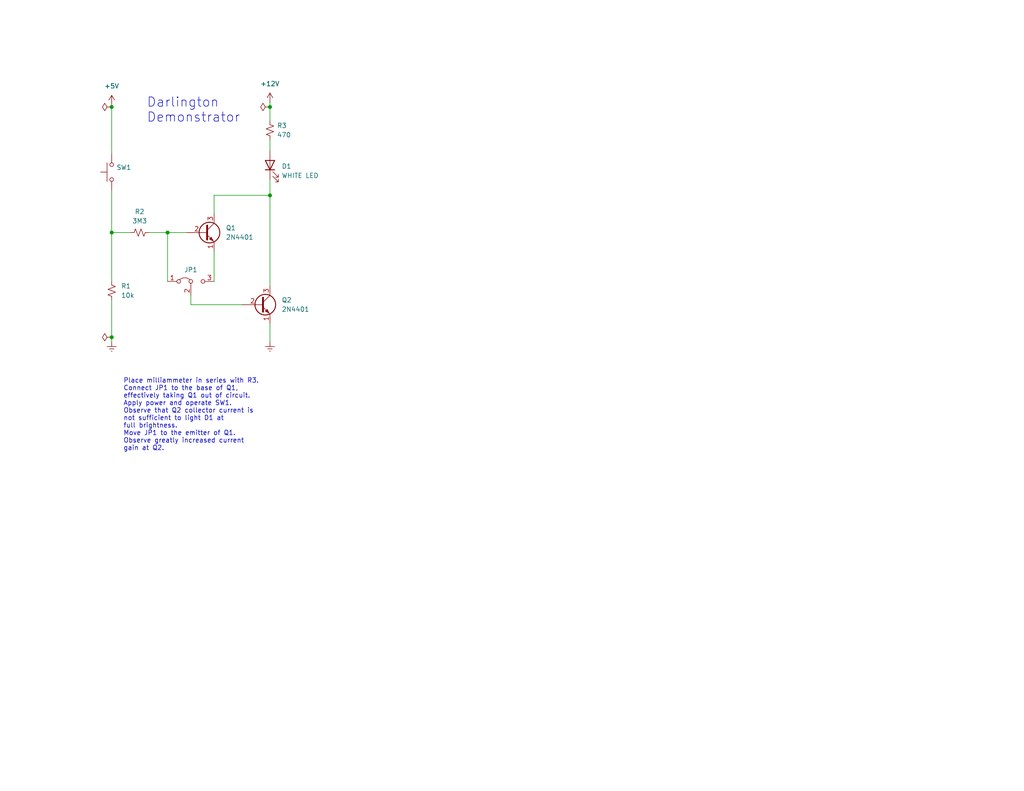
<source format=kicad_sch>
(kicad_sch (version 20211123) (generator eeschema)
  (paper "USLetter")
  (title_block (title "The Quest for More Current Gain") (date "2024-07-20") (rev "A") (company "Kludges from Kevin's Cave") (comment 1 "Transistors 101: Episode 8"))
  (lib_symbols
    (symbol "Device:LED" (pin_numbers hide) (pin_names (offset 1.016) hide)
      (property "Reference" "D" (at 0 2.54 0))
      (property "Value" "LED" (at 0 -2.54 0))
      (symbol "LED_0_1"
        (polyline (pts (xy -1.27 -1.27) (xy -1.27 1.27)) (stroke (width 0.254)))
        (polyline (pts (xy -1.27 0) (xy 1.27 0)))
        (polyline (pts (xy 1.27 -1.27) (xy 1.27 1.27) (xy -1.27 0) (xy 1.27 -1.27)) (stroke (width 0.254)))
        (polyline (pts (xy -3.048 -0.762) (xy -4.572 -2.286) (xy -3.81 -2.286) (xy -4.572 -2.286) (xy -4.572 -1.524)))
        (polyline (pts (xy -1.778 -0.762) (xy -3.302 -2.286) (xy -2.54 -2.286) (xy -3.302 -2.286) (xy -3.302 -1.524)))
      )
      (symbol "LED_1_1"
        (pin passive line (at -3.81 0 0) (length 2.54) (name "K") (number "1"))
        (pin passive line (at 3.81 0 180) (length 2.54) (name "A") (number "2"))
      )
    )
    (symbol "Device:Q_NPN_EBC" (pin_names (offset 0) hide)
      (property "Reference" "Q" (at 5.08 1.27 0))
      (property "Value" "Q_NPN_EBC" (at 5.08 -1.27 0))
      (symbol "Q_NPN_EBC_0_1"
        (polyline (pts (xy 0.635 0.635) (xy 2.54 2.54)))
        (polyline (pts (xy 0.635 -0.635) (xy 2.54 -2.54) (xy 2.54 -2.54)))
        (polyline (pts (xy 0.635 1.905) (xy 0.635 -1.905) (xy 0.635 -1.905)) (stroke (width 0.508)))
        (polyline (pts (xy 1.27 -1.778) (xy 1.778 -1.27) (xy 2.286 -2.286) (xy 1.27 -1.778) (xy 1.27 -1.778)) (fill (type outline)))
        (circle (center 1.27 0) (radius 2.8194) (stroke (width 0.254)))
      )
      (symbol "Q_NPN_EBC_1_1"
        (pin passive line (at 2.54 -5.08 90) (length 2.54) (name "E") (number "1"))
        (pin passive line (at -5.08 0 0) (length 5.715) (name "B") (number "2"))
        (pin passive line (at 2.54 5.08 270) (length 2.54) (name "C") (number "3"))
      )
    )
    (symbol "Device:R_Small_US" (pin_numbers hide) (pin_names (offset 0.254) hide)
      (property "Reference" "R" (at 0.762 0.508 0))
      (property "Value" "R_Small_US" (at 0.762 -1.016 0))
      (symbol "R_Small_US_1_1"
        (polyline (pts (xy 0 0) (xy 1.016 -0.381) (xy 0 -0.762) (xy -1.016 -1.143) (xy 0 -1.524)))
        (polyline (pts (xy 0 1.524) (xy 1.016 1.143) (xy 0 0.762) (xy -1.016 0.381) (xy 0 0)))
        (pin passive line (at 0 2.54 270) (length 1.016) (name "~") (number "1"))
        (pin passive line (at 0 -2.54 90) (length 1.016) (name "~") (number "2"))
      )
    )
    (symbol "Jumper:Jumper_3_Bridged12" (pin_names (offset 0) hide)
      (property "Reference" "JP" (at -2.54 -2.54 0))
      (property "Value" "Jumper_3_Bridged12" (at 0 2.794 0))
      (symbol "Jumper_3_Bridged12_0_0"
        (circle (center -3.302 0) (radius 0.508))
        (circle (center 0 0) (radius 0.508))
        (circle (center 3.302 0) (radius 0.508))
      )
      (symbol "Jumper_3_Bridged12_0_1"
        (arc (start -0.254 0.508) (mid -1.651 0.9912) (end -3.048 0.508))
        (polyline (pts (xy 0 -1.27) (xy 0 -0.508)))
      )
      (symbol "Jumper_3_Bridged12_1_1"
        (pin passive line (at -6.35 0 0) (length 2.54) (name "A") (number "1"))
        (pin passive line (at 0 -3.81 90) (length 2.54) (name "C") (number "2"))
        (pin passive line (at 6.35 0 180) (length 2.54) (name "B") (number "3"))
      )
    )
    (symbol "Switch:SW_MEC_5G" (pin_numbers hide) (pin_names (offset 1.016) hide)
      (property "Reference" "SW" (at 1.27 2.54 0))
      (property "Value" "SW_MEC_5G" (at 0 -1.524 0))
      (symbol "SW_MEC_5G_0_1"
        (circle (center -2.032 0) (radius 0.508))
        (polyline (pts (xy 0 1.27) (xy 0 3.048)))
        (polyline (pts (xy 2.54 1.27) (xy -2.54 1.27)))
        (circle (center 2.032 0) (radius 0.508))
        (pin passive line (at -5.08 0 0) (length 2.54) (name "A") (number "1"))
        (pin passive line (at 5.08 0 180) (length 2.54) (name "B") (number "3"))
      )
      (symbol "SW_MEC_5G_1_1"
        (pin passive line (at -5.08 0 0) (length 2.54) hide (name "A") (number "2"))
        (pin passive line (at 5.08 0 180) (length 2.54) hide (name "B") (number "4"))
      )
    )
    (symbol "power:+12V" (power) (pin_names (offset 0))
      (property "Value" "+12V" (at 0 3.556 0))
      (symbol "+12V_0_1"
        (polyline (pts (xy -0.762 1.27) (xy 0 2.54)))
        (polyline (pts (xy 0 0) (xy 0 2.54)))
        (polyline (pts (xy 0 2.54) (xy 0.762 1.27)))
      )
      (symbol "+12V_1_1"
        (pin power_in line (at 0 0 90) (length 0) hide (name "+12V") (number "1"))
      )
    )
    (symbol "power:+5V" (power) (pin_names (offset 0))
      (property "Value" "+5V" (at 0 3.556 0))
      (symbol "+5V_0_1"
        (polyline (pts (xy -0.762 1.27) (xy 0 2.54)))
        (polyline (pts (xy 0 0) (xy 0 2.54)))
        (polyline (pts (xy 0 2.54) (xy 0.762 1.27)))
      )
      (symbol "+5V_1_1"
        (pin power_in line (at 0 0 90) (length 0) hide (name "+5V") (number "1"))
      )
    )
    (symbol "power:Earth" (power) (pin_names (offset 0))
      (symbol "Earth_0_1"
        (polyline (pts (xy -0.635 -1.905) (xy 0.635 -1.905)))
        (polyline (pts (xy -0.127 -2.54) (xy 0.127 -2.54)))
        (polyline (pts (xy 0 -1.27) (xy 0 0)))
        (polyline (pts (xy 1.27 -1.27) (xy -1.27 -1.27)))
      )
      (symbol "Earth_1_1"
        (pin power_in line (at 0 0 270) (length 0) hide (name "Earth") (number "1"))
      )
    )
    (symbol "power:PWR_FLAG" (power) (pin_numbers hide) (pin_names (offset 0) hide)
      (property "Value" "PWR_FLAG" (at 0 3.81 0))
      (symbol "PWR_FLAG_0_0"
        (pin power_out line (at 0 0 90) (length 0) (name "pwr") (number "1"))
      )
      (symbol "PWR_FLAG_0_1"
        (polyline (pts (xy 0 0) (xy 0 1.27) (xy -1.016 1.905) (xy 0 2.54) (xy 1.016 1.905) (xy 0 1.27)))
      )
    )
  )
  (junction (at 45.72 63.5))
  (junction (at 73.66 53.34))
  (junction (at 30.48 63.5))
  (junction (at 73.66 29.21))
  (junction (at 30.48 29.21))
  (junction (at 30.48 92.075))
  (wire (pts (xy 30.48 81.915) (xy 30.48 92.075)))
  (wire (pts (xy 73.66 38.1) (xy 73.66 41.275)))
  (wire (pts (xy 73.66 88.265) (xy 73.66 93.345)))
  (wire (pts (xy 58.42 53.34) (xy 73.66 53.34)))
  (wire (pts (xy 30.48 92.075) (xy 30.48 93.345)))
  (wire (pts (xy 73.66 48.895) (xy 73.66 53.34)))
  (wire (pts (xy 45.72 63.5) (xy 50.8 63.5)))
  (wire (pts (xy 73.66 29.21) (xy 73.66 33.02)))
  (wire (pts (xy 30.48 29.21) (xy 30.48 41.91)))
  (wire (pts (xy 52.07 83.185) (xy 52.07 80.645)))
  (wire (pts (xy 58.42 68.58) (xy 58.42 76.835)))
  (wire (pts (xy 40.64 63.5) (xy 45.72 63.5)))
  (wire (pts (xy 52.07 83.185) (xy 66.04 83.185)))
  (wire (pts (xy 73.66 53.34) (xy 73.66 78.105)))
  (wire (pts (xy 30.48 63.5) (xy 35.56 63.5)))
  (wire (pts (xy 58.42 58.42) (xy 58.42 53.34)))
  (wire (pts (xy 30.48 63.5) (xy 30.48 76.835)))
  (wire (pts (xy 30.48 52.07) (xy 30.48 63.5)))
  (wire (pts (xy 30.48 28.575) (xy 30.48 29.21)))
  (wire (pts (xy 45.72 63.5) (xy 45.72 76.835)))
  (wire (pts (xy 73.66 27.94) (xy 73.66 29.21)))
  (text "Place milliammeter in series with R3.\nConnect JP1 to the base of Q1,\neffectively taking Q1 out of circuit.\nApply power and operate SW1.\nObserve that Q2 collector current is\nnot sufficient to light D1 at\nfull brightness.\nMove JP1 to the emitter of Q1.\nObserve greatly increased current\ngain at Q2." (at 33.655 123.19 0) (effects (font (size 1.27 1.27)) (justify left bottom)))
  (text "Darlington\nDemonstrator" (at 40.005 33.655 0) (effects (font (size 2.54 2.54)) (justify left bottom)))
  (symbol (lib_id "Device:Q_NPN_EBC") (at 71.12 83.185 0) (unit 1)
    (property "Reference" "Q2" (at 76.835 81.9149 0) (effects (justify left)))
    (property "Value" "2N4401" (at 76.835 84.4549 0) (effects (justify left)))
  )
  (symbol (lib_id "power:PWR_FLAG") (at 73.66 29.21 90) (unit 1)
    (property "Reference" "#FLG03" (effects hide))
    (property "Value" "PWR_FLAG" (effects hide))
  )
  (symbol (lib_id "power:PWR_FLAG") (at 30.48 29.21 90) (unit 1)
    (property "Reference" "#FLG01" (effects hide))
    (property "Value" "PWR_FLAG" (effects hide))
  )
  (symbol (lib_id "Device:R_Small_US") (at 38.1 63.5 90) (unit 1)
    (property "Reference" "R2" (at 38.1 57.785 90))
    (property "Value" "3M3" (at 38.1 60.325 90))
  )
  (symbol (lib_id "Device:Q_NPN_EBC") (at 55.88 63.5 0) (unit 1)
    (property "Reference" "Q1" (at 61.595 62.2299 0) (effects (justify left)))
    (property "Value" "2N4401" (at 61.595 64.7699 0) (effects (justify left)))
  )
  (symbol (lib_id "Device:R_Small_US") (at 73.66 35.56 0) (unit 1)
    (property "Reference" "R3" (at 75.565 34.2899 0) (effects (justify left)))
    (property "Value" "470" (at 75.565 36.8299 0) (effects (justify left)))
  )
  (symbol (lib_id "Device:R_Small_US") (at 30.48 79.375 0) (unit 1)
    (property "Reference" "R1" (at 33.02 78.1049 0) (effects (justify left)))
    (property "Value" "10k" (at 33.02 80.6449 0) (effects (justify left)))
  )
  (symbol (lib_id "power:+5V") (at 30.48 28.575 0) (unit 1)
    (property "Reference" "#PWR01" (effects hide))
    (property "Value" "+5V" (at 30.48 23.495 0))
  )
  (symbol (lib_id "Device:LED") (at 73.66 45.085 90) (unit 1)
    (property "Reference" "D1" (at 76.835 45.4024 90) (effects (justify right)))
    (property "Value" "WHITE LED" (at 76.835 47.9424 90) (effects (justify right)))
  )
  (symbol (lib_id "Switch:SW_MEC_5G") (at 30.48 46.99 90) (unit 1)
    (property "Reference" "SW1" (at 31.75 45.7199 90) (effects (justify right)))
    (property "Value" "SW_MEC_5G" (effects hide))
    (property "Datasheet" "http://www.apem.com/int/index.php?controller=attachment&id_attachment=488" (effects hide))
  )
  (symbol (lib_id "power:Earth") (at 73.66 93.345 0) (unit 1)
    (property "Reference" "#PWR04" (effects hide))
    (property "Value" "Earth" (effects hide))
  )
  (symbol (lib_id "Jumper:Jumper_3_Bridged12") (at 52.07 76.835 0) (unit 1)
    (property "Reference" "JP1" (at 52.07 73.66 0))
    (property "Value" "Jumper_3_Bridged12" (effects hide))
  )
  (symbol (lib_id "power:+12V") (at 73.66 27.94 0) (unit 1)
    (property "Reference" "#PWR03" (effects hide))
    (property "Value" "+12V" (at 73.66 22.86 0))
  )
  (symbol (lib_id "power:Earth") (at 30.48 93.345 0) (unit 1)
    (property "Reference" "#PWR02" (effects hide))
    (property "Value" "Earth" (effects hide))
  )
  (symbol (lib_id "power:PWR_FLAG") (at 30.48 92.075 90) (unit 1)
    (property "Reference" "#FLG02" (effects hide))
    (property "Value" "PWR_FLAG" (effects hide))
  )
)
</source>
